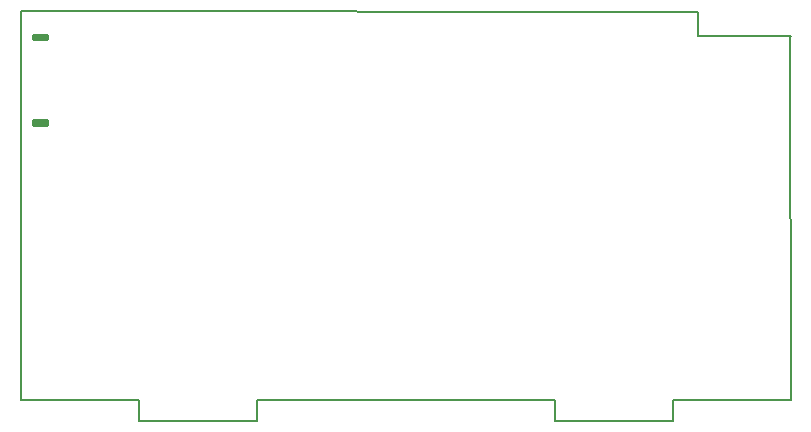
<source format=gbr>
G04 PROTEUS RS274X GERBER FILE*
%FSLAX45Y45*%
%MOMM*%
G01*
%ADD37C,0.400000*%
%ADD42C,0.203200*%
D37*
X+930680Y-1707180D02*
X+930680Y-1687180D01*
X+1030680Y-1687180D01*
X+1030680Y-1707180D01*
X+930680Y-1707180D01*
X+930680Y-983280D02*
X+930680Y-963280D01*
X+1030680Y-963280D01*
X+1030680Y-983280D01*
X+930680Y-983280D01*
D42*
X+818980Y-4046380D02*
X+818980Y-756380D01*
X+7338980Y-4046380D02*
X+7336440Y-966720D01*
X+817880Y-754380D02*
X+6554000Y-756920D01*
X+1818640Y-4046220D02*
X+1818640Y-4216700D01*
X+1818640Y-4218940D02*
X+2016760Y-4218940D01*
X+1818640Y-4218940D02*
X+2817020Y-4218940D01*
X+2817460Y-4047860D02*
X+2817460Y-4218340D01*
X+2816860Y-4046220D02*
X+5341620Y-4046220D01*
X+1818640Y-4046220D02*
X+817880Y-4046220D01*
X+5341620Y-4218940D02*
X+5341620Y-4046220D01*
X+6339840Y-4046220D02*
X+7338060Y-4046220D01*
X+6339840Y-4218940D02*
X+6339840Y-4046220D01*
X+5341620Y-4218940D02*
X+6339840Y-4218940D01*
X+6554000Y-756920D02*
X+6554000Y-967260D01*
X+7338060Y-967260D01*
M02*

</source>
